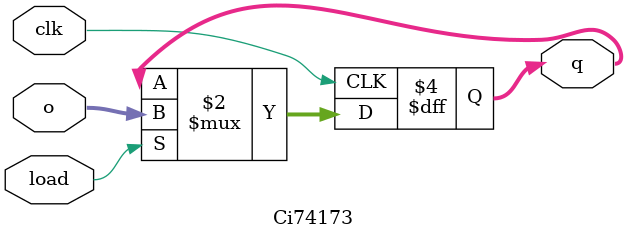
<source format=v>
module Ci74173 (
    input clk,
    input load,
    input [3:0] o,
    output reg [3:0] q
);
    always @(posedge clk) begin
        if (load)
            q <= o;
    end
endmodule 
</source>
